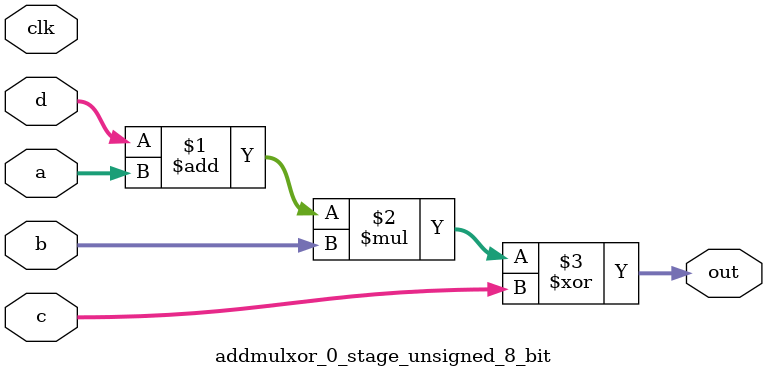
<source format=sv>
(* use_dsp = "yes" *) module addmulxor_0_stage_unsigned_8_bit(
	input  [7:0] a,
	input  [7:0] b,
	input  [7:0] c,
	input  [7:0] d,
	output [7:0] out,
	input clk);

	assign out = ((d + a) * b) ^ c;
endmodule

</source>
